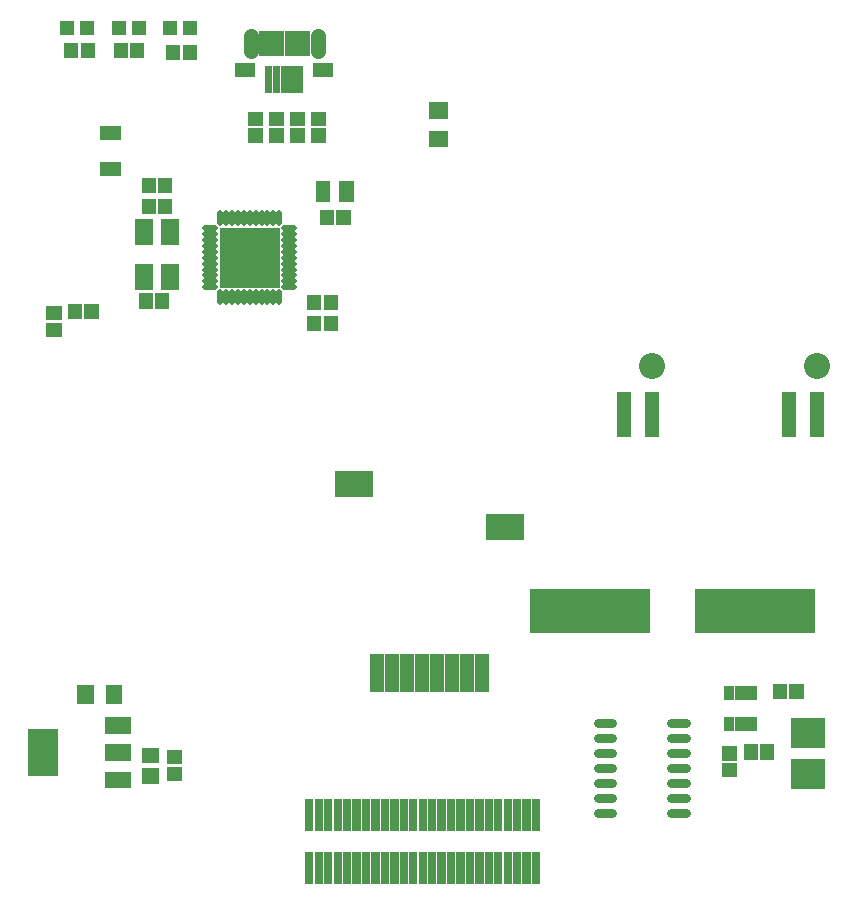
<source format=gts>
G04 Layer: TopSolderMaskLayer*
G04 EasyEDA v6.3.12, 2019-11-29T11:20:33+08:00*
G04 20e9667cab1745c4bec6fbe7ec4c93c1,0d9194da949c4fdba41728a14849dae3,10*
G04 Gerber Generator version 0.2*
G04 Scale: 100 percent, Rotated: No, Reflected: No *
G04 Dimensions in millimeters *
G04 leading zeros omitted , absolute positions ,3 integer and 3 decimal *
%FSLAX33Y33*%
%MOMM*%
G90*
G71D02*

%ADD49C,0.483210*%
%ADD50C,0.803199*%
%ADD51C,1.303198*%
%ADD52C,2.203196*%
%ADD59R,1.295400X1.193800*%

%LPD*%
G54D49*
G01X18523Y57179D02*
G01X17703Y57179D01*
G01X18523Y56679D02*
G01X17703Y56679D01*
G01X18523Y56179D02*
G01X17703Y56179D01*
G01X18523Y55680D02*
G01X17703Y55680D01*
G01X18523Y55179D02*
G01X17703Y55179D01*
G01X18523Y54680D02*
G01X17703Y54680D01*
G01X18523Y54179D02*
G01X17703Y54179D01*
G01X18523Y53680D02*
G01X17703Y53680D01*
G01X18523Y53179D02*
G01X17703Y53179D01*
G01X18523Y52680D02*
G01X17703Y52680D01*
G01X18523Y52179D02*
G01X17703Y52179D01*
G01X24403Y52179D02*
G01X25223Y52179D01*
G01X24403Y52680D02*
G01X25223Y52680D01*
G01X24403Y53179D02*
G01X25223Y53179D01*
G01X24403Y53680D02*
G01X25223Y53680D01*
G01X24403Y54179D02*
G01X25223Y54179D01*
G01X24403Y54680D02*
G01X25223Y54680D01*
G01X24403Y55179D02*
G01X25223Y55179D01*
G01X24403Y55680D02*
G01X25223Y55680D01*
G01X24403Y56179D02*
G01X25223Y56179D01*
G01X24403Y56679D02*
G01X25223Y56679D01*
G01X24403Y57179D02*
G01X25223Y57179D01*
G01X23962Y51739D02*
G01X23962Y50920D01*
G01X23462Y51739D02*
G01X23462Y50920D01*
G01X22962Y51739D02*
G01X22962Y50920D01*
G01X22462Y51739D02*
G01X22462Y50920D01*
G01X21962Y51739D02*
G01X21962Y50920D01*
G01X21463Y51739D02*
G01X21463Y50920D01*
G01X20962Y51739D02*
G01X20962Y50920D01*
G01X20463Y51739D02*
G01X20463Y50920D01*
G01X19962Y51739D02*
G01X19962Y50920D01*
G01X19463Y51739D02*
G01X19463Y50920D01*
G01X18962Y51739D02*
G01X18962Y50920D01*
G01X18962Y57620D02*
G01X18962Y58439D01*
G01X19463Y57620D02*
G01X19463Y58439D01*
G01X19962Y57620D02*
G01X19962Y58439D01*
G01X20463Y57620D02*
G01X20463Y58439D01*
G01X20962Y57620D02*
G01X20962Y58439D01*
G01X21463Y57620D02*
G01X21463Y58439D01*
G01X21962Y57620D02*
G01X21962Y58439D01*
G01X22462Y57620D02*
G01X22462Y58439D01*
G01X22962Y57620D02*
G01X22962Y58439D01*
G01X23462Y57620D02*
G01X23462Y58439D01*
G01X23962Y57620D02*
G01X23962Y58439D01*
G54D50*
G01X50962Y15310D02*
G01X52161Y15310D01*
G01X50962Y14040D02*
G01X52161Y14040D01*
G01X50962Y12770D02*
G01X52161Y12770D01*
G01X50962Y11500D02*
G01X52161Y11500D01*
G01X50962Y10230D02*
G01X52161Y10230D01*
G01X50962Y8960D02*
G01X52161Y8960D01*
G01X50962Y7690D02*
G01X52161Y7690D01*
G01X57159Y15310D02*
G01X58359Y15310D01*
G01X57159Y14040D02*
G01X58359Y14040D01*
G01X57159Y12770D02*
G01X58359Y12770D01*
G01X57159Y11500D02*
G01X58359Y11500D01*
G01X57159Y10230D02*
G01X58359Y10230D01*
G01X57159Y8960D02*
G01X58359Y8960D01*
G01X57159Y7690D02*
G01X58359Y7690D01*
G54D51*
G01X21559Y72192D02*
G01X21559Y73492D01*
G01X27208Y72192D02*
G01X27208Y73492D01*
G54D52*
G01X55499Y45536D03*
G01X69469Y45536D03*
G36*
G01X18910Y52127D02*
G01X18910Y57232D01*
G01X24015Y57232D01*
G01X24015Y52127D01*
G01X18910Y52127D01*
G37*
G36*
G01X26652Y65830D02*
G01X26652Y67034D01*
G01X27957Y67034D01*
G01X27957Y65830D01*
G01X26652Y65830D01*
G37*
G36*
G01X26652Y64431D02*
G01X26652Y65632D01*
G01X27957Y65632D01*
G01X27957Y64431D01*
G01X26652Y64431D01*
G37*
G36*
G01X4236Y47979D02*
G01X4236Y49183D01*
G01X5539Y49183D01*
G01X5539Y47979D01*
G01X4236Y47979D01*
G37*
G36*
G01X4236Y49379D02*
G01X4236Y50582D01*
G01X5539Y50582D01*
G01X5539Y49379D01*
G01X4236Y49379D01*
G37*
G36*
G01X27721Y50217D02*
G01X27721Y51522D01*
G01X28925Y51522D01*
G01X28925Y50217D01*
G01X27721Y50217D01*
G37*
G36*
G01X26322Y50217D02*
G01X26322Y51522D01*
G01X27525Y51522D01*
G01X27525Y50217D01*
G01X26322Y50217D01*
G37*
G36*
G01X7465Y49455D02*
G01X7465Y50760D01*
G01X8666Y50760D01*
G01X8666Y49455D01*
G01X7465Y49455D01*
G37*
G36*
G01X6065Y49455D02*
G01X6065Y50760D01*
G01X7266Y50760D01*
G01X7266Y49455D01*
G01X6065Y49455D01*
G37*
G36*
G01X8750Y64619D02*
G01X8750Y65822D01*
G01X10553Y65822D01*
G01X10553Y64619D01*
G01X8750Y64619D01*
G37*
G36*
G01X8750Y61619D02*
G01X8750Y62823D01*
G01X10553Y62823D01*
G01X10553Y61619D01*
G01X8750Y61619D01*
G37*
G36*
G01X27053Y59391D02*
G01X27053Y61144D01*
G01X28257Y61144D01*
G01X28257Y59391D01*
G01X27053Y59391D01*
G37*
G36*
G01X29055Y59391D02*
G01X29055Y61144D01*
G01X30256Y61144D01*
G01X30256Y59391D01*
G01X29055Y59391D01*
G37*
G36*
G01X12306Y60128D02*
G01X12306Y61433D01*
G01X13510Y61433D01*
G01X13510Y60128D01*
G01X12306Y60128D01*
G37*
G36*
G01X13705Y60128D02*
G01X13705Y61433D01*
G01X14909Y61433D01*
G01X14909Y60128D01*
G01X13705Y60128D01*
G37*
G36*
G01X11737Y55731D02*
G01X11737Y57936D01*
G01X13241Y57936D01*
G01X13241Y55731D01*
G01X11737Y55731D01*
G37*
G36*
G01X13936Y51931D02*
G01X13936Y54136D01*
G01X15440Y54136D01*
G01X15440Y51931D01*
G01X13936Y51931D01*
G37*
G36*
G01X11737Y51931D02*
G01X11737Y54136D01*
G01X13241Y54136D01*
G01X13241Y51931D01*
G01X11737Y51931D01*
G37*
G36*
G01X13936Y55731D02*
G01X13936Y57936D01*
G01X15440Y57936D01*
G01X15440Y55731D01*
G01X13936Y55731D01*
G37*
G36*
G01X13451Y50349D02*
G01X13451Y51654D01*
G01X14655Y51654D01*
G01X14655Y50349D01*
G01X13451Y50349D01*
G37*
G36*
G01X12052Y50349D02*
G01X12052Y51654D01*
G01X13256Y51654D01*
G01X13256Y50349D01*
G01X12052Y50349D01*
G37*
G36*
G01X13705Y58350D02*
G01X13705Y59655D01*
G01X14909Y59655D01*
G01X14909Y58350D01*
G01X13705Y58350D01*
G37*
G36*
G01X12306Y58350D02*
G01X12306Y59655D01*
G01X13510Y59655D01*
G01X13510Y58350D01*
G01X12306Y58350D01*
G37*
G36*
G01X28801Y57456D02*
G01X28801Y58761D01*
G01X30002Y58761D01*
G01X30002Y57456D01*
G01X28801Y57456D01*
G37*
G36*
G01X27401Y57456D02*
G01X27401Y58761D01*
G01X28602Y58761D01*
G01X28602Y57456D01*
G01X27401Y57456D01*
G37*
G36*
G01X21318Y65828D02*
G01X21318Y67029D01*
G01X22623Y67029D01*
G01X22623Y65828D01*
G01X21318Y65828D01*
G37*
G36*
G01X21318Y64428D02*
G01X21318Y65629D01*
G01X22623Y65629D01*
G01X22623Y64428D01*
G01X21318Y64428D01*
G37*
G36*
G01X14381Y71426D02*
G01X14381Y72731D01*
G01X15585Y72731D01*
G01X15585Y71426D01*
G01X14381Y71426D01*
G37*
G36*
G01X15781Y71426D02*
G01X15781Y72731D01*
G01X16984Y72731D01*
G01X16984Y71426D01*
G01X15781Y71426D01*
G37*
G36*
G01X9936Y71553D02*
G01X9936Y72858D01*
G01X11140Y72858D01*
G01X11140Y71553D01*
G01X9936Y71553D01*
G37*
G36*
G01X11336Y71553D02*
G01X11336Y72858D01*
G01X12539Y72858D01*
G01X12539Y71553D01*
G01X11336Y71553D01*
G37*
G36*
G01X5745Y71553D02*
G01X5745Y72858D01*
G01X6949Y72858D01*
G01X6949Y71553D01*
G01X5745Y71553D01*
G37*
G36*
G01X7145Y71553D02*
G01X7145Y72858D01*
G01X8348Y72858D01*
G01X8348Y71553D01*
G01X7145Y71553D01*
G37*
G36*
G01X26322Y48439D02*
G01X26322Y49744D01*
G01X27525Y49744D01*
G01X27525Y48439D01*
G01X26322Y48439D01*
G37*
G36*
G01X27721Y48439D02*
G01X27721Y49744D01*
G01X28925Y49744D01*
G01X28925Y48439D01*
G01X27721Y48439D01*
G37*
G54D59*
G01X7708Y74111D03*
G01X6007Y74111D03*
G01X12065Y74111D03*
G01X10363Y74111D03*
G01X16383Y74111D03*
G01X14681Y74111D03*
G36*
G01X24874Y64431D02*
G01X24874Y65632D01*
G01X26179Y65632D01*
G01X26179Y64431D01*
G01X24874Y64431D01*
G37*
G36*
G01X24874Y65830D02*
G01X24874Y67034D01*
G01X26179Y67034D01*
G01X26179Y65830D01*
G01X24874Y65830D01*
G37*
G36*
G01X23096Y64431D02*
G01X23096Y65632D01*
G01X24401Y65632D01*
G01X24401Y64431D01*
G01X23096Y64431D01*
G37*
G36*
G01X23096Y65830D02*
G01X23096Y67034D01*
G01X24401Y67034D01*
G01X24401Y65830D01*
G01X23096Y65830D01*
G37*
G36*
G01X36662Y64024D02*
G01X36662Y65426D01*
G01X38267Y65426D01*
G01X38267Y64024D01*
G01X36662Y64024D01*
G37*
G36*
G01X36662Y66424D02*
G01X36662Y67827D01*
G01X38267Y67827D01*
G01X38267Y66424D01*
G01X36662Y66424D01*
G37*
G36*
G01X63489Y14616D02*
G01X63489Y15818D01*
G01X64394Y15818D01*
G01X64394Y14616D01*
G01X63489Y14616D01*
G37*
G36*
G01X62539Y14616D02*
G01X62539Y15818D01*
G01X63444Y15818D01*
G01X63444Y14616D01*
G01X62539Y14616D01*
G37*
G36*
G01X61589Y14616D02*
G01X61589Y15818D01*
G01X62494Y15818D01*
G01X62494Y14616D01*
G01X61589Y14616D01*
G37*
G36*
G01X61589Y17217D02*
G01X61589Y18418D01*
G01X62494Y18418D01*
G01X62494Y17217D01*
G01X61589Y17217D01*
G37*
G36*
G01X62539Y17217D02*
G01X62539Y18418D01*
G01X63444Y18418D01*
G01X63444Y17217D01*
G01X62539Y17217D01*
G37*
G36*
G01X63489Y17217D02*
G01X63489Y18418D01*
G01X64394Y18418D01*
G01X64394Y17217D01*
G01X63489Y17217D01*
G37*
G36*
G01X63276Y12183D02*
G01X63276Y13486D01*
G01X64480Y13486D01*
G01X64480Y12183D01*
G01X63276Y12183D01*
G37*
G36*
G01X64676Y12183D02*
G01X64676Y13486D01*
G01X65879Y13486D01*
G01X65879Y12183D01*
G01X64676Y12183D01*
G37*
G36*
G01X61450Y12109D02*
G01X61450Y13313D01*
G01X62755Y13313D01*
G01X62755Y12109D01*
G01X61450Y12109D01*
G37*
G36*
G01X61450Y10710D02*
G01X61450Y11911D01*
G01X62755Y11911D01*
G01X62755Y10710D01*
G01X61450Y10710D01*
G37*
G36*
G01X65755Y17324D02*
G01X65755Y18629D01*
G01X66956Y18629D01*
G01X66956Y17324D01*
G01X65755Y17324D01*
G37*
G36*
G01X67155Y17324D02*
G01X67155Y18629D01*
G01X68356Y18629D01*
G01X68356Y17324D01*
G01X67155Y17324D01*
G37*
G36*
G01X67256Y9729D02*
G01X67256Y12231D01*
G01X70157Y12231D01*
G01X70157Y9729D01*
G01X67256Y9729D01*
G37*
G36*
G01X67256Y13184D02*
G01X67256Y15685D01*
G01X70157Y15685D01*
G01X70157Y13184D01*
G01X67256Y13184D01*
G37*
G36*
G01X2684Y10768D02*
G01X2684Y14771D01*
G01X5189Y14771D01*
G01X5189Y10768D01*
G01X2684Y10768D01*
G37*
G36*
G01X9184Y12068D02*
G01X9184Y13471D01*
G01X11389Y13471D01*
G01X11389Y12068D01*
G01X9184Y12068D01*
G37*
G36*
G01X9184Y14367D02*
G01X9184Y15772D01*
G01X11389Y15772D01*
G01X11389Y14367D01*
G01X9184Y14367D01*
G37*
G36*
G01X9184Y9767D02*
G01X9184Y11172D01*
G01X11389Y11172D01*
G01X11389Y9767D01*
G01X9184Y9767D01*
G37*
G36*
G01X14460Y10387D02*
G01X14460Y11591D01*
G01X15765Y11591D01*
G01X15765Y10387D01*
G01X14460Y10387D01*
G37*
G36*
G01X14460Y11787D02*
G01X14460Y12990D01*
G01X15765Y12990D01*
G01X15765Y11787D01*
G01X14460Y11787D01*
G37*
G36*
G01X9260Y16920D02*
G01X9260Y18525D01*
G01X10665Y18525D01*
G01X10665Y16920D01*
G01X9260Y16920D01*
G37*
G36*
G01X6860Y16920D02*
G01X6860Y18525D01*
G01X8265Y18525D01*
G01X8265Y16920D01*
G01X6860Y16920D01*
G37*
G36*
G01X31661Y17900D02*
G01X31661Y21103D01*
G01X32865Y21103D01*
G01X32865Y17900D01*
G01X31661Y17900D01*
G37*
G36*
G01X32931Y17900D02*
G01X32931Y21103D01*
G01X34135Y21103D01*
G01X34135Y17900D01*
G01X32931Y17900D01*
G37*
G36*
G01X34201Y17900D02*
G01X34201Y21103D01*
G01X35405Y21103D01*
G01X35405Y17900D01*
G01X34201Y17900D01*
G37*
G36*
G01X35471Y17900D02*
G01X35471Y21103D01*
G01X36675Y21103D01*
G01X36675Y17900D01*
G01X35471Y17900D01*
G37*
G36*
G01X36741Y17900D02*
G01X36741Y21103D01*
G01X37945Y21103D01*
G01X37945Y17900D01*
G01X36741Y17900D01*
G37*
G36*
G01X38011Y17900D02*
G01X38011Y21103D01*
G01X39215Y21103D01*
G01X39215Y17900D01*
G01X38011Y17900D01*
G37*
G36*
G01X39281Y17900D02*
G01X39281Y21103D01*
G01X40485Y21103D01*
G01X40485Y17900D01*
G01X39281Y17900D01*
G37*
G36*
G01X40551Y17900D02*
G01X40551Y21103D01*
G01X41755Y21103D01*
G01X41755Y17900D01*
G01X40551Y17900D01*
G37*
G36*
G01X28702Y34400D02*
G01X28702Y36602D01*
G01X31904Y36602D01*
G01X31904Y34400D01*
G01X28702Y34400D01*
G37*
G36*
G01X41501Y30801D02*
G01X41501Y33003D01*
G01X44704Y33003D01*
G01X44704Y30801D01*
G01X41501Y30801D01*
G37*
G36*
G01X26154Y1639D02*
G01X26154Y4342D01*
G01X26857Y4342D01*
G01X26857Y1639D01*
G01X26154Y1639D01*
G37*
G36*
G01X26154Y6140D02*
G01X26154Y8843D01*
G01X26857Y8843D01*
G01X26857Y6140D01*
G01X26154Y6140D01*
G37*
G36*
G01X26954Y1639D02*
G01X26954Y4342D01*
G01X27658Y4342D01*
G01X27658Y1639D01*
G01X26954Y1639D01*
G37*
G36*
G01X26954Y6140D02*
G01X26954Y8843D01*
G01X27658Y8843D01*
G01X27658Y6140D01*
G01X26954Y6140D01*
G37*
G36*
G01X27754Y1639D02*
G01X27754Y4342D01*
G01X28458Y4342D01*
G01X28458Y1639D01*
G01X27754Y1639D01*
G37*
G36*
G01X27754Y6140D02*
G01X27754Y8843D01*
G01X28458Y8843D01*
G01X28458Y6140D01*
G01X27754Y6140D01*
G37*
G36*
G01X28554Y1639D02*
G01X28554Y4342D01*
G01X29258Y4342D01*
G01X29258Y1639D01*
G01X28554Y1639D01*
G37*
G36*
G01X28554Y6140D02*
G01X28554Y8843D01*
G01X29258Y8843D01*
G01X29258Y6140D01*
G01X28554Y6140D01*
G37*
G36*
G01X29354Y1639D02*
G01X29354Y4342D01*
G01X30058Y4342D01*
G01X30058Y1639D01*
G01X29354Y1639D01*
G37*
G36*
G01X29354Y6140D02*
G01X29354Y8843D01*
G01X30058Y8843D01*
G01X30058Y6140D01*
G01X29354Y6140D01*
G37*
G36*
G01X30154Y1639D02*
G01X30154Y4342D01*
G01X30858Y4342D01*
G01X30858Y1639D01*
G01X30154Y1639D01*
G37*
G36*
G01X30154Y6140D02*
G01X30154Y8843D01*
G01X30858Y8843D01*
G01X30858Y6140D01*
G01X30154Y6140D01*
G37*
G36*
G01X30954Y1639D02*
G01X30954Y4342D01*
G01X31658Y4342D01*
G01X31658Y1639D01*
G01X30954Y1639D01*
G37*
G36*
G01X30954Y6140D02*
G01X30954Y8843D01*
G01X31658Y8843D01*
G01X31658Y6140D01*
G01X30954Y6140D01*
G37*
G36*
G01X31755Y1639D02*
G01X31755Y4342D01*
G01X32458Y4342D01*
G01X32458Y1639D01*
G01X31755Y1639D01*
G37*
G36*
G01X31755Y6140D02*
G01X31755Y8843D01*
G01X32458Y8843D01*
G01X32458Y6140D01*
G01X31755Y6140D01*
G37*
G36*
G01X32555Y1639D02*
G01X32555Y4342D01*
G01X33258Y4342D01*
G01X33258Y1639D01*
G01X32555Y1639D01*
G37*
G36*
G01X32555Y6140D02*
G01X32555Y8843D01*
G01X33258Y8843D01*
G01X33258Y6140D01*
G01X32555Y6140D01*
G37*
G36*
G01X33355Y1639D02*
G01X33355Y4342D01*
G01X34058Y4342D01*
G01X34058Y1639D01*
G01X33355Y1639D01*
G37*
G36*
G01X33355Y6140D02*
G01X33355Y8843D01*
G01X34058Y8843D01*
G01X34058Y6140D01*
G01X33355Y6140D01*
G37*
G36*
G01X34155Y1639D02*
G01X34155Y4342D01*
G01X34858Y4342D01*
G01X34858Y1639D01*
G01X34155Y1639D01*
G37*
G36*
G01X34155Y6140D02*
G01X34155Y8843D01*
G01X34858Y8843D01*
G01X34858Y6140D01*
G01X34155Y6140D01*
G37*
G36*
G01X34955Y1639D02*
G01X34955Y4342D01*
G01X35659Y4342D01*
G01X35659Y1639D01*
G01X34955Y1639D01*
G37*
G36*
G01X34955Y6140D02*
G01X34955Y8843D01*
G01X35659Y8843D01*
G01X35659Y6140D01*
G01X34955Y6140D01*
G37*
G36*
G01X35755Y1639D02*
G01X35755Y4342D01*
G01X36459Y4342D01*
G01X36459Y1639D01*
G01X35755Y1639D01*
G37*
G36*
G01X35755Y6140D02*
G01X35755Y8843D01*
G01X36459Y8843D01*
G01X36459Y6140D01*
G01X35755Y6140D01*
G37*
G36*
G01X36555Y1639D02*
G01X36555Y4342D01*
G01X37259Y4342D01*
G01X37259Y1639D01*
G01X36555Y1639D01*
G37*
G36*
G01X36555Y6140D02*
G01X36555Y8843D01*
G01X37259Y8843D01*
G01X37259Y6140D01*
G01X36555Y6140D01*
G37*
G36*
G01X37355Y1639D02*
G01X37355Y4342D01*
G01X38059Y4342D01*
G01X38059Y1639D01*
G01X37355Y1639D01*
G37*
G36*
G01X37355Y6140D02*
G01X37355Y8843D01*
G01X38059Y8843D01*
G01X38059Y6140D01*
G01X37355Y6140D01*
G37*
G36*
G01X38155Y1639D02*
G01X38155Y4342D01*
G01X38859Y4342D01*
G01X38859Y1639D01*
G01X38155Y1639D01*
G37*
G36*
G01X38155Y6140D02*
G01X38155Y8843D01*
G01X38859Y8843D01*
G01X38859Y6140D01*
G01X38155Y6140D01*
G37*
G36*
G01X38955Y1639D02*
G01X38955Y4342D01*
G01X39659Y4342D01*
G01X39659Y1639D01*
G01X38955Y1639D01*
G37*
G36*
G01X38955Y6140D02*
G01X38955Y8843D01*
G01X39659Y8843D01*
G01X39659Y6140D01*
G01X38955Y6140D01*
G37*
G36*
G01X39756Y1639D02*
G01X39756Y4342D01*
G01X40459Y4342D01*
G01X40459Y1639D01*
G01X39756Y1639D01*
G37*
G36*
G01X39756Y6140D02*
G01X39756Y8843D01*
G01X40459Y8843D01*
G01X40459Y6140D01*
G01X39756Y6140D01*
G37*
G36*
G01X40556Y1639D02*
G01X40556Y4342D01*
G01X41259Y4342D01*
G01X41259Y1639D01*
G01X40556Y1639D01*
G37*
G36*
G01X40556Y6140D02*
G01X40556Y8843D01*
G01X41259Y8843D01*
G01X41259Y6140D01*
G01X40556Y6140D01*
G37*
G36*
G01X41356Y1639D02*
G01X41356Y4342D01*
G01X42059Y4342D01*
G01X42059Y1639D01*
G01X41356Y1639D01*
G37*
G36*
G01X41356Y6140D02*
G01X41356Y8843D01*
G01X42057Y8843D01*
G01X42057Y6140D01*
G01X41356Y6140D01*
G37*
G36*
G01X42156Y1639D02*
G01X42156Y4342D01*
G01X42859Y4342D01*
G01X42859Y1639D01*
G01X42156Y1639D01*
G37*
G36*
G01X42156Y6140D02*
G01X42156Y8843D01*
G01X42857Y8843D01*
G01X42857Y6140D01*
G01X42156Y6140D01*
G37*
G36*
G01X42956Y1639D02*
G01X42956Y4342D01*
G01X43657Y4342D01*
G01X43657Y1639D01*
G01X42956Y1639D01*
G37*
G36*
G01X42953Y6140D02*
G01X42953Y8843D01*
G01X43657Y8843D01*
G01X43657Y6140D01*
G01X42953Y6140D01*
G37*
G36*
G01X43756Y1639D02*
G01X43756Y4342D01*
G01X44457Y4342D01*
G01X44457Y1639D01*
G01X43756Y1639D01*
G37*
G36*
G01X43754Y6140D02*
G01X43754Y8843D01*
G01X44457Y8843D01*
G01X44457Y6140D01*
G01X43754Y6140D01*
G37*
G36*
G01X44554Y1639D02*
G01X44554Y4342D01*
G01X45257Y4342D01*
G01X45257Y1639D01*
G01X44554Y1639D01*
G37*
G36*
G01X44554Y6140D02*
G01X44554Y8843D01*
G01X45257Y8843D01*
G01X45257Y6140D01*
G01X44554Y6140D01*
G37*
G36*
G01X45354Y1639D02*
G01X45354Y4342D01*
G01X46057Y4342D01*
G01X46057Y1639D01*
G01X45354Y1639D01*
G37*
G36*
G01X45354Y6140D02*
G01X45354Y8843D01*
G01X46057Y8843D01*
G01X46057Y6140D01*
G01X45354Y6140D01*
G37*
G36*
G01X12379Y11863D02*
G01X12379Y13166D01*
G01X13782Y13166D01*
G01X13782Y11863D01*
G01X12379Y11863D01*
G37*
G36*
G01X12379Y10163D02*
G01X12379Y11466D01*
G01X13782Y11466D01*
G01X13782Y10163D01*
G01X12379Y10163D01*
G37*
G36*
G01X68887Y39511D02*
G01X68887Y43313D01*
G01X70091Y43313D01*
G01X70091Y39511D01*
G01X68887Y39511D01*
G37*
G36*
G01X66530Y39513D02*
G01X66530Y43316D01*
G01X67734Y43316D01*
G01X67734Y39513D01*
G01X66530Y39513D01*
G37*
G36*
G01X65544Y22912D02*
G01X65544Y26615D01*
G01X66748Y26615D01*
G01X66748Y22912D01*
G01X65544Y22912D01*
G37*
G36*
G01X64274Y22912D02*
G01X64274Y26615D01*
G01X65478Y26615D01*
G01X65478Y22912D01*
G01X64274Y22912D01*
G37*
G36*
G01X63004Y22912D02*
G01X63004Y26615D01*
G01X64208Y26615D01*
G01X64208Y22912D01*
G01X63004Y22912D01*
G37*
G36*
G01X61734Y22912D02*
G01X61734Y26615D01*
G01X62938Y26615D01*
G01X62938Y22912D01*
G01X61734Y22912D01*
G37*
G36*
G01X60464Y22912D02*
G01X60464Y26615D01*
G01X61668Y26615D01*
G01X61668Y22912D01*
G01X60464Y22912D01*
G37*
G36*
G01X59194Y22912D02*
G01X59194Y26615D01*
G01X60398Y26615D01*
G01X60398Y22912D01*
G01X59194Y22912D01*
G37*
G36*
G01X66814Y22912D02*
G01X66814Y26615D01*
G01X68018Y26615D01*
G01X68018Y22912D01*
G01X66814Y22912D01*
G37*
G36*
G01X68084Y22912D02*
G01X68084Y26615D01*
G01X69288Y26615D01*
G01X69288Y22912D01*
G01X68084Y22912D01*
G37*
G36*
G01X54917Y39511D02*
G01X54917Y43313D01*
G01X56121Y43313D01*
G01X56121Y39511D01*
G01X54917Y39511D01*
G37*
G36*
G01X52560Y39513D02*
G01X52560Y43316D01*
G01X53764Y43316D01*
G01X53764Y39513D01*
G01X52560Y39513D01*
G37*
G36*
G01X51574Y22912D02*
G01X51574Y26615D01*
G01X52778Y26615D01*
G01X52778Y22912D01*
G01X51574Y22912D01*
G37*
G36*
G01X50304Y22912D02*
G01X50304Y26615D01*
G01X51508Y26615D01*
G01X51508Y22912D01*
G01X50304Y22912D01*
G37*
G36*
G01X49034Y22912D02*
G01X49034Y26615D01*
G01X50238Y26615D01*
G01X50238Y22912D01*
G01X49034Y22912D01*
G37*
G36*
G01X47764Y22912D02*
G01X47764Y26615D01*
G01X48968Y26615D01*
G01X48968Y22912D01*
G01X47764Y22912D01*
G37*
G36*
G01X46494Y22912D02*
G01X46494Y26615D01*
G01X47698Y26615D01*
G01X47698Y22912D01*
G01X46494Y22912D01*
G37*
G36*
G01X45224Y22912D02*
G01X45224Y26615D01*
G01X46428Y26615D01*
G01X46428Y22912D01*
G01X45224Y22912D01*
G37*
G36*
G01X52844Y22912D02*
G01X52844Y26615D01*
G01X54048Y26615D01*
G01X54048Y22912D01*
G01X52844Y22912D01*
G37*
G36*
G01X54114Y22912D02*
G01X54114Y26615D01*
G01X55318Y26615D01*
G01X55318Y22912D01*
G01X54114Y22912D01*
G37*
G36*
G01X25382Y68639D02*
G01X25382Y70943D01*
G01X25986Y70943D01*
G01X25986Y68639D01*
G01X25382Y68639D01*
G37*
G36*
G01X24731Y68639D02*
G01X24731Y70943D01*
G01X25336Y70943D01*
G01X25336Y68639D01*
G01X24731Y68639D01*
G37*
G36*
G01X24081Y68639D02*
G01X24081Y70943D01*
G01X24686Y70943D01*
G01X24686Y68639D01*
G01X24081Y68639D01*
G37*
G36*
G01X23431Y68639D02*
G01X23431Y70943D01*
G01X24036Y70943D01*
G01X24036Y68639D01*
G01X23431Y68639D01*
G37*
G36*
G01X22781Y68639D02*
G01X22781Y70943D01*
G01X23385Y70943D01*
G01X23385Y68639D01*
G01X22781Y68639D01*
G37*
G36*
G01X26832Y69991D02*
G01X26832Y71192D01*
G01X28534Y71192D01*
G01X28534Y69991D01*
G01X26832Y69991D01*
G37*
G36*
G01X20233Y69991D02*
G01X20233Y71192D01*
G01X21935Y71192D01*
G01X21935Y69991D01*
G01X20233Y69991D01*
G37*
G36*
G01X24432Y71789D02*
G01X24432Y73892D01*
G01X26535Y73892D01*
G01X26535Y71789D01*
G01X24432Y71789D01*
G37*
G36*
G01X22232Y71789D02*
G01X22232Y73892D01*
G01X24335Y73892D01*
G01X24335Y71789D01*
G01X22232Y71789D01*
G37*
M00*
M02*

</source>
